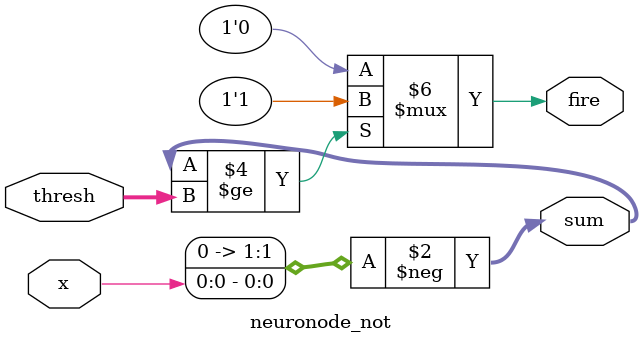
<source format=v>
module neuronode_not(
    input x,
    input signed [1:0] thresh,
    output signed [1:0] sum,
    output reg fire
);
 
  assign sum = -x;

  always@(*) begin
        if ( sum >= thresh ) begin
            fire = 1'b1;
        end else begin
            fire = 1'b0;
        end
     end
endmodule
</source>
